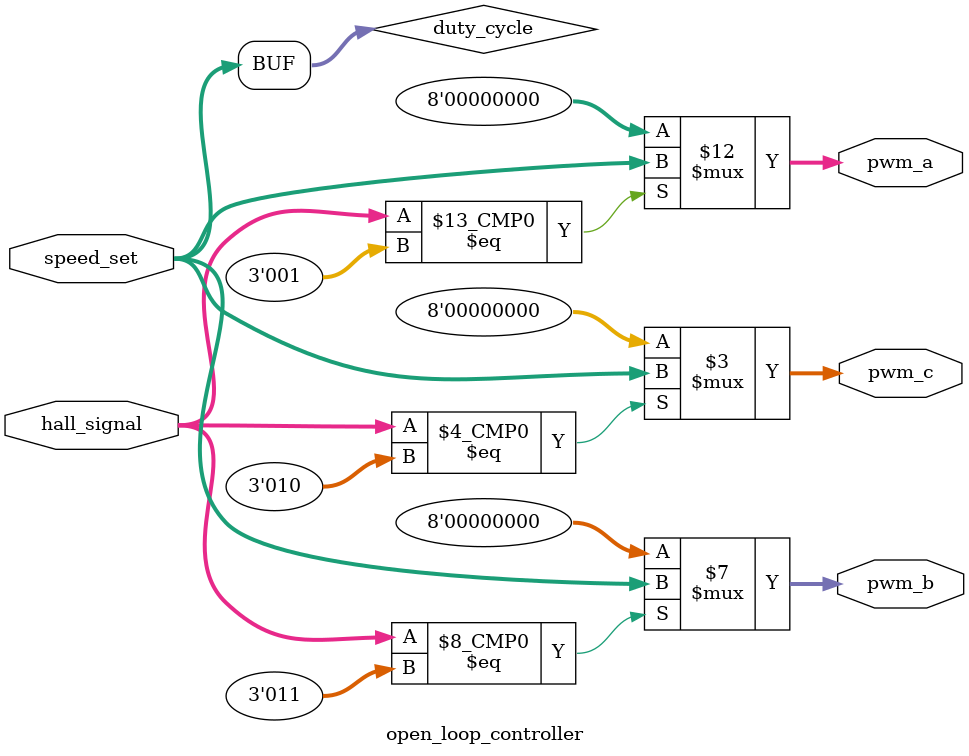
<source format=v>
module open_loop_controller (
    input wire [2:0] hall_signal,     // Hall sensor signal
    input wire [7:0] speed_set,       // Set speed for motor
    output reg [7:0] pwm_a, pwm_b, pwm_c // PWM signals for the phases
);

    reg [7:0] duty_cycle;

    // Menggunakan always block dengan non-blocking assignment (`<=`)
    always @(hall_signal or speed_set) begin
        duty_cycle = speed_set;  // Mengatur duty cycle untuk setiap fase berdasarkan speed_set

        // Komutasi fase berdasarkan sinyal Hall
        case (hall_signal)
            3'b001: begin
                pwm_a = duty_cycle; pwm_b = 8'b0; pwm_c = 8'b0;  // Phase A ON
            end
            3'b011: begin
                pwm_a = 8'b0; pwm_b = duty_cycle; pwm_c = 8'b0;  // Phase B ON
            end
            3'b010: begin
                pwm_a = 8'b0; pwm_b = 8'b0; pwm_c = duty_cycle;  // Phase C ON
            end
            default: begin
                pwm_a = 8'b0; pwm_b = 8'b0; pwm_c = 8'b0;        // No phase active
            end
        endcase
    end

endmodule

</source>
